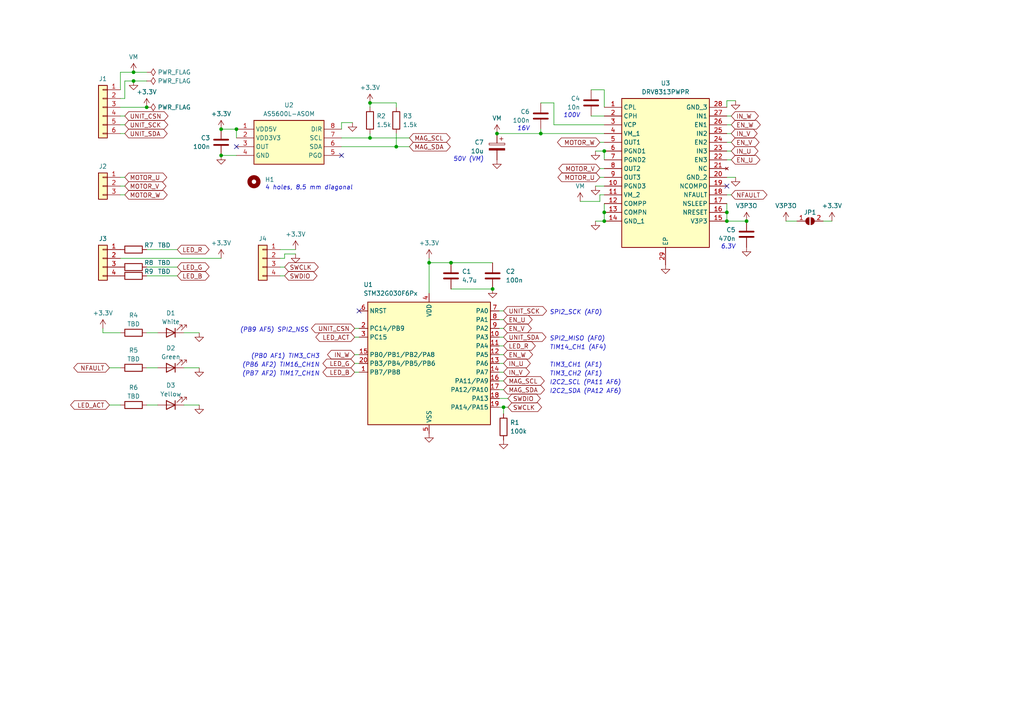
<source format=kicad_sch>
(kicad_sch (version 20230121) (generator eeschema)
  (paper "A4")
  (lib_symbols
    (symbol "Clouds_symbols:AS5600L-ASOM"
      (property "Reference" "U" (at 26.67 7.62 0))
      (property "Value" "AS5600L-ASOM" (at 26.67 5.08 0))
      (symbol "AS5600L-ASOM_1_1"
        (rectangle (start 5.08 2.54) (end 25.4 -10.16) (stroke (width 0.254)) (fill (type background)))
        (pin passive line (at 0 0 0) (length 5.08) (name "VDD5V") (number "1"))
        (pin passive line (at 0 -2.54 0) (length 5.08) (name "VDD3V3") (number "2"))
        (pin passive line (at 0 -5.08 0) (length 5.08) (name "OUT") (number "3"))
        (pin passive line (at 0 -7.62 0) (length 5.08) (name "GND") (number "4"))
        (pin passive line (at 30.48 -7.62 180) (length 5.08) (name "PGO") (number "5"))
        (pin passive line (at 30.48 -5.08 180) (length 5.08) (name "SDA") (number "6"))
        (pin passive line (at 30.48 -2.54 180) (length 5.08) (name "SCL") (number "7"))
        (pin passive line (at 30.48 0 180) (length 5.08) (name "DIR") (number "8"))
      )
    )
    (symbol "Clouds_symbols:DRV8313PWPR"
      (property "Reference" "U" (at 31.75 7.62 0))
      (property "Value" "DRV8313PWPR" (at 31.75 5.08 0))
      (symbol "DRV8313PWPR_1_1"
        (rectangle (start 5.08 2.54) (end 30.48 -40.64) (stroke (width 0.254)) (fill (type background)))
        (pin passive line (at 0 0 0) (length 5.08) (name "CPL") (number "1"))
        (pin passive line (at 0 -22.86 0) (length 5.08) (name "PGND3") (number "10"))
        (pin passive line (at 0 -25.4 0) (length 5.08) (name "VM_2") (number "11"))
        (pin passive line (at 0 -27.94 0) (length 5.08) (name "COMPP") (number "12"))
        (pin passive line (at 0 -30.48 0) (length 5.08) (name "COMPN") (number "13"))
        (pin passive line (at 0 -33.02 0) (length 5.08) (name "GND_1") (number "14"))
        (pin power_out line (at 35.56 -33.02 180) (length 5.08) (name "V3P3") (number "15"))
        (pin passive line (at 35.56 -30.48 180) (length 5.08) (name "NRESET") (number "16"))
        (pin passive line (at 35.56 -27.94 180) (length 5.08) (name "NSLEEP") (number "17"))
        (pin passive line (at 35.56 -25.4 180) (length 5.08) (name "NFAULT") (number "18"))
        (pin passive line (at 35.56 -22.86 180) (length 5.08) (name "NCOMPO") (number "19"))
        (pin passive line (at 0 -2.54 0) (length 5.08) (name "CPH") (number "2"))
        (pin passive line (at 35.56 -20.32 180) (length 5.08) (name "GND_2") (number "20"))
        (pin no_connect line (at 35.56 -17.78 180) (length 5.08) (name "NC") (number "21"))
        (pin passive line (at 35.56 -15.24 180) (length 5.08) (name "EN3") (number "22"))
        (pin passive line (at 35.56 -12.7 180) (length 5.08) (name "IN3") (number "23"))
        (pin passive line (at 35.56 -10.16 180) (length 5.08) (name "EN2") (number "24"))
        (pin passive line (at 35.56 -7.62 180) (length 5.08) (name "IN2") (number "25"))
        (pin passive line (at 35.56 -5.08 180) (length 5.08) (name "EN1") (number "26"))
        (pin passive line (at 35.56 -2.54 180) (length 5.08) (name "IN1") (number "27"))
        (pin passive line (at 35.56 0 180) (length 5.08) (name "GND_3") (number "28"))
        (pin passive line (at 17.78 -45.72 90) (length 5.08) (name "EP") (number "29"))
        (pin passive line (at 0 -5.08 0) (length 5.08) (name "VCP") (number "3"))
        (pin passive line (at 0 -7.62 0) (length 5.08) (name "VM_1") (number "4"))
        (pin passive line (at 0 -10.16 0) (length 5.08) (name "OUT1") (number "5"))
        (pin passive line (at 0 -12.7 0) (length 5.08) (name "PGND1") (number "6"))
        (pin passive line (at 0 -15.24 0) (length 5.08) (name "PGND2") (number "7"))
        (pin passive line (at 0 -17.78 0) (length 5.08) (name "OUT2") (number "8"))
        (pin passive line (at 0 -20.32 0) (length 5.08) (name "OUT3") (number "9"))
      )
    )
    (symbol "Clouds_symbols:V3P3O" (power) (pin_names (offset 0))
      (property "Value" "V3P3O" (at 0 3.81 0))
      (symbol "V3P3O_0_1"
        (polyline (pts (xy -0.762 1.27) (xy 0 2.54)))
        (polyline (pts (xy 0 0) (xy 0 2.54)))
        (polyline (pts (xy 0 2.54) (xy 0.762 1.27)))
      )
      (symbol "V3P3O_1_1"
        (pin power_in line (at 0 0 90) (length 0) hide (name "V3P3O") (number "1"))
      )
    )
    (symbol "Clouds_symbols:VM" (power) (pin_names (offset 0))
      (property "Value" "VM" (at 0 3.81 0))
      (symbol "VM_0_1"
        (polyline (pts (xy -0.762 1.27) (xy 0 2.54)))
        (polyline (pts (xy 0 0) (xy 0 2.54)))
        (polyline (pts (xy 0 2.54) (xy 0.762 1.27)))
      )
      (symbol "VM_1_1"
        (pin power_in line (at 0 0 90) (length 0) hide (name "VM") (number "1"))
      )
    )
    (symbol "Connector_Generic:Conn_01x03" (pin_names (offset 1.016) hide)
      (property "Reference" "J" (at 0 5.08 0))
      (property "Value" "Conn_01x03" (at 0 -5.08 0))
      (symbol "Conn_01x03_1_1"
        (rectangle (start -1.27 -2.413) (end 0 -2.667) (stroke (width 0.1524)))
        (rectangle (start -1.27 0.127) (end 0 -0.127) (stroke (width 0.1524)))
        (rectangle (start -1.27 2.667) (end 0 2.413) (stroke (width 0.1524)))
        (rectangle (start -1.27 3.81) (end 1.27 -3.81) (stroke (width 0.254)) (fill (type background)))
        (pin passive line (at -5.08 2.54 0) (length 3.81) (name "Pin_1") (number "1"))
        (pin passive line (at -5.08 0 0) (length 3.81) (name "Pin_2") (number "2"))
        (pin passive line (at -5.08 -2.54 0) (length 3.81) (name "Pin_3") (number "3"))
      )
    )
    (symbol "Connector_Generic:Conn_01x04" (pin_names (offset 1.016) hide)
      (property "Reference" "J" (at 0 5.08 0))
      (property "Value" "Conn_01x04" (at 0 -7.62 0))
      (symbol "Conn_01x04_1_1"
        (rectangle (start -1.27 -4.953) (end 0 -5.207) (stroke (width 0.1524)))
        (rectangle (start -1.27 -2.413) (end 0 -2.667) (stroke (width 0.1524)))
        (rectangle (start -1.27 0.127) (end 0 -0.127) (stroke (width 0.1524)))
        (rectangle (start -1.27 2.667) (end 0 2.413) (stroke (width 0.1524)))
        (rectangle (start -1.27 3.81) (end 1.27 -6.35) (stroke (width 0.254)) (fill (type background)))
        (pin passive line (at -5.08 2.54 0) (length 3.81) (name "Pin_1") (number "1"))
        (pin passive line (at -5.08 0 0) (length 3.81) (name "Pin_2") (number "2"))
        (pin passive line (at -5.08 -2.54 0) (length 3.81) (name "Pin_3") (number "3"))
        (pin passive line (at -5.08 -5.08 0) (length 3.81) (name "Pin_4") (number "4"))
      )
    )
    (symbol "Connector_Generic:Conn_01x06" (pin_names (offset 1.016) hide)
      (property "Reference" "J" (at 0 7.62 0))
      (property "Value" "Conn_01x06" (at 0 -10.16 0))
      (symbol "Conn_01x06_1_1"
        (rectangle (start -1.27 -7.493) (end 0 -7.747) (stroke (width 0.1524)))
        (rectangle (start -1.27 -4.953) (end 0 -5.207) (stroke (width 0.1524)))
        (rectangle (start -1.27 -2.413) (end 0 -2.667) (stroke (width 0.1524)))
        (rectangle (start -1.27 0.127) (end 0 -0.127) (stroke (width 0.1524)))
        (rectangle (start -1.27 2.667) (end 0 2.413) (stroke (width 0.1524)))
        (rectangle (start -1.27 5.207) (end 0 4.953) (stroke (width 0.1524)))
        (rectangle (start -1.27 6.35) (end 1.27 -8.89) (stroke (width 0.254)) (fill (type background)))
        (pin passive line (at -5.08 5.08 0) (length 3.81) (name "Pin_1") (number "1"))
        (pin passive line (at -5.08 2.54 0) (length 3.81) (name "Pin_2") (number "2"))
        (pin passive line (at -5.08 0 0) (length 3.81) (name "Pin_3") (number "3"))
        (pin passive line (at -5.08 -2.54 0) (length 3.81) (name "Pin_4") (number "4"))
        (pin passive line (at -5.08 -5.08 0) (length 3.81) (name "Pin_5") (number "5"))
        (pin passive line (at -5.08 -7.62 0) (length 3.81) (name "Pin_6") (number "6"))
      )
    )
    (symbol "Device:C" (pin_numbers hide) (pin_names (offset 0.254))
      (property "Reference" "C" (at 0.635 2.54 0))
      (property "Value" "C" (at 0.635 -2.54 0))
      (symbol "C_0_1"
        (polyline (pts (xy -2.032 -0.762) (xy 2.032 -0.762)) (stroke (width 0.508)))
        (polyline (pts (xy -2.032 0.762) (xy 2.032 0.762)) (stroke (width 0.508)))
      )
      (symbol "C_1_1"
        (pin passive line (at 0 3.81 270) (length 2.794) (name "~") (number "1"))
        (pin passive line (at 0 -3.81 90) (length 2.794) (name "~") (number "2"))
      )
    )
    (symbol "Device:C_Polarized" (pin_numbers hide) (pin_names (offset 0.254))
      (property "Reference" "C" (at 0.635 2.54 0))
      (property "Value" "C_Polarized" (at 0.635 -2.54 0))
      (symbol "C_Polarized_0_1"
        (rectangle (start -2.286 0.508) (end 2.286 1.016))
        (polyline (pts (xy -1.778 2.286) (xy -0.762 2.286)))
        (polyline (pts (xy -1.27 2.794) (xy -1.27 1.778)))
        (rectangle (start 2.286 -0.508) (end -2.286 -1.016) (fill (type outline)))
      )
      (symbol "C_Polarized_1_1"
        (pin passive line (at 0 3.81 270) (length 2.794) (name "~") (number "1"))
        (pin passive line (at 0 -3.81 90) (length 2.794) (name "~") (number "2"))
      )
    )
    (symbol "Device:LED" (pin_numbers hide) (pin_names (offset 1.016) hide)
      (property "Reference" "D" (at 0 2.54 0))
      (property "Value" "LED" (at 0 -2.54 0))
      (symbol "LED_0_1"
        (polyline (pts (xy -1.27 -1.27) (xy -1.27 1.27)) (stroke (width 0.254)))
        (polyline (pts (xy -1.27 0) (xy 1.27 0)))
        (polyline (pts (xy 1.27 -1.27) (xy 1.27 1.27) (xy -1.27 0) (xy 1.27 -1.27)) (stroke (width 0.254)))
        (polyline (pts (xy -3.048 -0.762) (xy -4.572 -2.286) (xy -3.81 -2.286) (xy -4.572 -2.286) (xy -4.572 -1.524)))
        (polyline (pts (xy -1.778 -0.762) (xy -3.302 -2.286) (xy -2.54 -2.286) (xy -3.302 -2.286) (xy -3.302 -1.524)))
      )
      (symbol "LED_1_1"
        (pin passive line (at -3.81 0 0) (length 2.54) (name "K") (number "1"))
        (pin passive line (at 3.81 0 180) (length 2.54) (name "A") (number "2"))
      )
    )
    (symbol "Device:R" (pin_numbers hide) (pin_names (offset 0))
      (property "Reference" "R" (at 2.032 0 90))
      (property "Value" "R" (at 0 0 90))
      (symbol "R_0_1"
        (rectangle (start -1.016 -2.54) (end 1.016 2.54) (stroke (width 0.254)))
      )
      (symbol "R_1_1"
        (pin passive line (at 0 3.81 270) (length 1.27) (name "~") (number "1"))
        (pin passive line (at 0 -3.81 90) (length 1.27) (name "~") (number "2"))
      )
    )
    (symbol "Jumper:SolderJumper_2_Open" (pin_names (offset 0) hide)
      (property "Reference" "JP" (at 0 2.032 0))
      (property "Value" "SolderJumper_2_Open" (at 0 -2.54 0))
      (symbol "SolderJumper_2_Open_0_1"
        (arc (start -0.254 1.016) (mid -1.2656 0) (end -0.254 -1.016))
        (arc (start -0.254 1.016) (mid -1.2656 0) (end -0.254 -1.016) (fill (type outline)))
        (polyline (pts (xy -0.254 1.016) (xy -0.254 -1.016)))
        (polyline (pts (xy 0.254 1.016) (xy 0.254 -1.016)))
        (arc (start 0.254 -1.016) (mid 1.2656 0) (end 0.254 1.016))
        (arc (start 0.254 -1.016) (mid 1.2656 0) (end 0.254 1.016) (fill (type outline)))
      )
      (symbol "SolderJumper_2_Open_1_1"
        (pin passive line (at -3.81 0 0) (length 2.54) (name "A") (number "1"))
        (pin passive line (at 3.81 0 180) (length 2.54) (name "B") (number "2"))
      )
    )
    (symbol "MCU_ST_STM32G0:STM32G030F6Px"
      (property "Reference" "U" (at -17.78 19.05 0))
      (property "Value" "STM32G030F6Px" (at 2.54 19.05 0))
      (symbol "STM32G030F6Px_0_1"
        (rectangle (start -17.78 -17.78) (end 17.78 17.78) (stroke (width 0.254)) (fill (type background)))
      )
      (symbol "STM32G030F6Px_1_1"
        (pin bidirectional line (at -20.32 -2.54 0) (length 2.54) (name "PB7/PB8") (number "1"))
        (pin bidirectional line (at 20.32 7.62 180) (length 2.54) (name "PA3") (number "10"))
        (pin bidirectional line (at 20.32 5.08 180) (length 2.54) (name "PA4") (number "11"))
        (pin bidirectional line (at 20.32 2.54 180) (length 2.54) (name "PA5") (number "12"))
        (pin bidirectional line (at 20.32 0 180) (length 2.54) (name "PA6") (number "13"))
        (pin bidirectional line (at 20.32 -2.54 180) (length 2.54) (name "PA7") (number "14"))
        (pin bidirectional line (at -20.32 2.54 0) (length 2.54) (name "PB0/PB1/PB2/PA8") (number "15"))
        (pin bidirectional line (at 20.32 -5.08 180) (length 2.54) (name "PA11/PA9") (number "16"))
        (pin bidirectional line (at 20.32 -7.62 180) (length 2.54) (name "PA12/PA10") (number "17"))
        (pin bidirectional line (at 20.32 -10.16 180) (length 2.54) (name "PA13") (number "18"))
        (pin bidirectional line (at 20.32 -12.7 180) (length 2.54) (name "PA14/PA15") (number "19"))
        (pin bidirectional line (at -20.32 10.16 0) (length 2.54) (name "PC14/PB9") (number "2"))
        (pin bidirectional line (at -20.32 0 0) (length 2.54) (name "PB3/PB4/PB5/PB6") (number "20"))
        (pin bidirectional line (at -20.32 7.62 0) (length 2.54) (name "PC15") (number "3"))
        (pin power_in line (at 0 20.32 270) (length 2.54) (name "VDD") (number "4"))
        (pin power_in line (at 0 -20.32 90) (length 2.54) (name "VSS") (number "5"))
        (pin input line (at -20.32 15.24 0) (length 2.54) (name "NRST") (number "6"))
        (pin bidirectional line (at 20.32 15.24 180) (length 2.54) (name "PA0") (number "7"))
        (pin bidirectional line (at 20.32 12.7 180) (length 2.54) (name "PA1") (number "8"))
        (pin bidirectional line (at 20.32 10.16 180) (length 2.54) (name "PA2") (number "9"))
      )
    )
    (symbol "Mechanical:MountingHole" (pin_names (offset 1.016))
      (property "Reference" "H" (at 0 5.08 0))
      (property "Value" "MountingHole" (at 0 3.175 0))
      (symbol "MountingHole_0_1"
        (circle (center 0 0) (radius 1.27) (stroke (width 1.27)))
      )
    )
    (symbol "power:+3.3V" (power) (pin_names (offset 0))
      (property "Value" "+3.3V" (at 0 3.556 0))
      (symbol "+3.3V_0_1"
        (polyline (pts (xy -0.762 1.27) (xy 0 2.54)))
        (polyline (pts (xy 0 0) (xy 0 2.54)))
        (polyline (pts (xy 0 2.54) (xy 0.762 1.27)))
      )
      (symbol "+3.3V_1_1"
        (pin power_in line (at 0 0 90) (length 0) hide (name "+3.3V") (number "1"))
      )
    )
    (symbol "power:GND" (power) (pin_names (offset 0))
      (property "Value" "GND" (at 0 -3.81 0))
      (symbol "GND_0_1"
        (polyline (pts (xy 0 0) (xy 0 -1.27) (xy 1.27 -1.27) (xy 0 -2.54) (xy -1.27 -1.27) (xy 0 -1.27)))
      )
      (symbol "GND_1_1"
        (pin power_in line (at 0 0 270) (length 0) hide (name "GND") (number "1"))
      )
    )
    (symbol "power:PWR_FLAG" (power) (pin_numbers hide) (pin_names (offset 0) hide)
      (property "Value" "PWR_FLAG" (at 0 3.81 0))
      (symbol "PWR_FLAG_0_0"
        (pin power_out line (at 0 0 90) (length 0) (name "pwr") (number "1"))
      )
      (symbol "PWR_FLAG_0_1"
        (polyline (pts (xy 0 0) (xy 0 1.27) (xy -1.016 1.905) (xy 0 2.54) (xy 1.016 1.905) (xy 0 1.27)))
      )
    )
  )
  (junction (at 142.875 83.82))
  (junction (at 156.845 38.735))
  (junction (at 175.26 61.595))
  (junction (at 175.26 43.815))
  (junction (at 107.315 29.845))
  (junction (at 216.535 64.135))
  (junction (at 210.82 61.595))
  (junction (at 38.735 23.495))
  (junction (at 146.05 118.11))
  (junction (at 130.81 76.2))
  (junction (at 114.935 42.545))
  (junction (at 175.26 64.135))
  (junction (at 38.735 20.955))
  (junction (at 42.545 31.115))
  (junction (at 68.58 37.465))
  (junction (at 124.46 76.2))
  (junction (at 107.315 40.005))
  (junction (at 144.145 38.735))
  (junction (at 210.82 64.135))
  (junction (at 64.135 37.465))
  (junction (at 64.135 45.085))
  (no_connect (at 99.06 45.085))
  (no_connect (at 68.58 42.545))
  (no_connect (at 104.14 90.17))
  (no_connect (at 210.82 53.975))
  (wire (pts (xy 144.78 115.57) (xy 147.32 115.57)))
  (wire (pts (xy 156.845 37.465) (xy 156.845 38.735)))
  (wire (pts (xy 130.81 76.2) (xy 142.875 76.2)))
  (wire (pts (xy 42.545 80.01) (xy 51.435 80.01)))
  (wire (pts (xy 42.545 96.52) (xy 45.72 96.52)))
  (wire (pts (xy 38.735 20.955) (xy 42.545 20.955)))
  (wire (pts (xy 42.545 117.475) (xy 45.72 117.475)))
  (wire (pts (xy 31.75 117.475) (xy 34.925 117.475)))
  (wire (pts (xy 156.845 38.735) (xy 175.26 38.735)))
  (wire (pts (xy 102.87 105.41) (xy 104.14 105.41)))
  (wire (pts (xy 34.925 20.955) (xy 38.735 20.955)))
  (wire (pts (xy 42.545 106.68) (xy 45.72 106.68)))
  (wire (pts (xy 82.55 73.66) (xy 85.725 73.66)))
  (wire (pts (xy 146.05 110.49) (xy 144.78 110.49)))
  (wire (pts (xy 64.135 37.465) (xy 68.58 37.465)))
  (wire (pts (xy 210.82 59.055) (xy 210.82 61.595)))
  (wire (pts (xy 107.315 40.005) (xy 118.745 40.005)))
  (wire (pts (xy 173.99 56.515) (xy 173.99 58.42)))
  (wire (pts (xy 34.925 28.575) (xy 36.195 28.575)))
  (wire (pts (xy 241.3 64.135) (xy 238.76 64.135)))
  (wire (pts (xy 146.05 105.41) (xy 144.78 105.41)))
  (wire (pts (xy 124.46 74.93) (xy 124.46 76.2)))
  (wire (pts (xy 99.06 40.005) (xy 107.315 40.005)))
  (wire (pts (xy 212.09 36.195) (xy 210.82 36.195)))
  (wire (pts (xy 173.99 51.435) (xy 175.26 51.435)))
  (wire (pts (xy 146.05 92.71) (xy 144.78 92.71)))
  (wire (pts (xy 36.195 38.735) (xy 34.925 38.735)))
  (wire (pts (xy 31.75 106.68) (xy 34.925 106.68)))
  (wire (pts (xy 107.315 29.845) (xy 107.315 31.115)))
  (wire (pts (xy 210.82 64.135) (xy 216.535 64.135)))
  (wire (pts (xy 146.05 118.11) (xy 146.05 120.015)))
  (wire (pts (xy 210.82 29.21) (xy 213.36 29.21)))
  (wire (pts (xy 82.55 73.66) (xy 82.55 74.93)))
  (wire (pts (xy 175.26 43.815) (xy 175.26 46.355)))
  (wire (pts (xy 99.06 37.465) (xy 99.06 35.56)))
  (wire (pts (xy 38.735 23.495) (xy 42.545 23.495)))
  (wire (pts (xy 146.05 95.25) (xy 144.78 95.25)))
  (wire (pts (xy 34.925 20.955) (xy 34.925 26.035)))
  (wire (pts (xy 175.26 56.515) (xy 173.99 56.515)))
  (wire (pts (xy 114.935 38.735) (xy 114.935 42.545)))
  (wire (pts (xy 34.925 51.435) (xy 36.195 51.435)))
  (wire (pts (xy 130.81 83.82) (xy 142.875 83.82)))
  (wire (pts (xy 34.925 33.655) (xy 36.195 33.655)))
  (wire (pts (xy 29.845 96.52) (xy 34.925 96.52)))
  (wire (pts (xy 173.99 48.895) (xy 175.26 48.895)))
  (wire (pts (xy 175.26 61.595) (xy 175.26 64.135)))
  (wire (pts (xy 82.55 80.01) (xy 81.28 80.01)))
  (wire (pts (xy 118.745 42.545) (xy 114.935 42.545)))
  (wire (pts (xy 34.925 31.115) (xy 42.545 31.115)))
  (wire (pts (xy 210.82 61.595) (xy 210.82 64.135)))
  (wire (pts (xy 42.545 72.39) (xy 51.435 72.39)))
  (wire (pts (xy 102.87 97.79) (xy 104.14 97.79)))
  (wire (pts (xy 114.935 31.115) (xy 114.935 29.845)))
  (wire (pts (xy 144.145 38.735) (xy 156.845 38.735)))
  (wire (pts (xy 171.45 33.655) (xy 175.26 33.655)))
  (wire (pts (xy 102.87 95.25) (xy 104.14 95.25)))
  (wire (pts (xy 175.26 26.035) (xy 171.45 26.035)))
  (wire (pts (xy 68.58 37.465) (xy 68.58 40.005)))
  (wire (pts (xy 42.545 77.47) (xy 51.435 77.47)))
  (wire (pts (xy 146.05 100.33) (xy 144.78 100.33)))
  (wire (pts (xy 107.315 38.735) (xy 107.315 40.005)))
  (wire (pts (xy 172.72 64.135) (xy 175.26 64.135)))
  (wire (pts (xy 102.87 102.87) (xy 104.14 102.87)))
  (wire (pts (xy 156.845 29.845) (xy 160.655 29.845)))
  (wire (pts (xy 210.82 56.515) (xy 212.09 56.515)))
  (wire (pts (xy 146.05 90.17) (xy 144.78 90.17)))
  (wire (pts (xy 175.26 59.055) (xy 175.26 61.595)))
  (wire (pts (xy 99.06 35.56) (xy 102.235 35.56)))
  (wire (pts (xy 210.82 29.21) (xy 210.82 31.115)))
  (wire (pts (xy 146.05 113.03) (xy 144.78 113.03)))
  (wire (pts (xy 34.925 36.195) (xy 36.195 36.195)))
  (wire (pts (xy 173.99 41.275) (xy 175.26 41.275)))
  (wire (pts (xy 124.46 76.2) (xy 130.81 76.2)))
  (wire (pts (xy 160.655 29.845) (xy 160.655 36.195)))
  (wire (pts (xy 53.34 117.475) (xy 57.785 117.475)))
  (wire (pts (xy 81.28 72.39) (xy 85.725 72.39)))
  (wire (pts (xy 53.34 106.68) (xy 57.785 106.68)))
  (wire (pts (xy 212.09 41.275) (xy 210.82 41.275)))
  (wire (pts (xy 82.55 74.93) (xy 81.28 74.93)))
  (wire (pts (xy 53.34 96.52) (xy 57.785 96.52)))
  (wire (pts (xy 175.26 31.115) (xy 175.26 26.035)))
  (wire (pts (xy 114.935 42.545) (xy 99.06 42.545)))
  (wire (pts (xy 227.965 64.135) (xy 231.14 64.135)))
  (wire (pts (xy 213.36 51.435) (xy 210.82 51.435)))
  (wire (pts (xy 82.55 77.47) (xy 81.28 77.47)))
  (wire (pts (xy 212.09 33.655) (xy 210.82 33.655)))
  (wire (pts (xy 114.935 29.845) (xy 107.315 29.845)))
  (wire (pts (xy 34.925 53.975) (xy 36.195 53.975)))
  (wire (pts (xy 124.46 76.2) (xy 124.46 85.09)))
  (wire (pts (xy 36.195 28.575) (xy 36.195 23.495)))
  (wire (pts (xy 173.99 58.42) (xy 168.275 58.42)))
  (wire (pts (xy 102.87 107.95) (xy 104.14 107.95)))
  (wire (pts (xy 146.05 102.87) (xy 144.78 102.87)))
  (wire (pts (xy 146.05 97.79) (xy 144.78 97.79)))
  (wire (pts (xy 160.655 36.195) (xy 175.26 36.195)))
  (wire (pts (xy 146.05 118.11) (xy 144.78 118.11)))
  (wire (pts (xy 212.09 46.355) (xy 210.82 46.355)))
  (wire (pts (xy 34.925 74.93) (xy 64.135 74.93)))
  (wire (pts (xy 147.32 118.11) (xy 146.05 118.11)))
  (wire (pts (xy 212.09 43.815) (xy 210.82 43.815)))
  (wire (pts (xy 172.72 53.975) (xy 175.26 53.975)))
  (wire (pts (xy 64.135 45.085) (xy 68.58 45.085)))
  (wire (pts (xy 212.09 38.735) (xy 210.82 38.735)))
  (wire (pts (xy 172.72 43.815) (xy 175.26 43.815)))
  (wire (pts (xy 146.05 107.95) (xy 144.78 107.95)))
  (wire (pts (xy 29.845 95.25) (xy 29.845 96.52)))
  (wire (pts (xy 34.925 56.515) (xy 36.195 56.515)))
  (wire (pts (xy 36.195 23.495) (xy 38.735 23.495)))
  (text "I2C2_SCL (PA11 AF6)" (at 159.385 111.76 0) (effects (font (size 1.27 1.27) italic) (justify left bottom)))
  (text "I2C2_SDA (PA12 AF6)" (at 159.385 114.3 0) (effects (font (size 1.27 1.27) italic) (justify left bottom)))
  (text "(PB0 AF1) TIM3_CH3" (at 92.71 104.14 0) (effects (font (size 1.27 1.27) italic) (justify right bottom)))
  (text "SPI2_SCK (AF0)" (at 159.385 91.44 0) (effects (font (size 1.27 1.27) italic) (justify left bottom)))
  (text "(PB7 AF2) TIM17_CH1N" (at 92.71 109.22 0) (effects (font (size 1.27 1.27) italic) (justify right bottom)))
  (text "50V (VM)" (at 140.335 46.99 0) (effects (font (size 1.27 1.27) italic) (justify right bottom)))
  (text "16V" (at 153.67 38.1 0) (effects (font (size 1.27 1.27) italic) (justify right bottom)))
  (text "(PB9 AF5) SPI2_NSS" (at 89.535 96.52 0) (effects (font (size 1.27 1.27) italic) (justify right bottom)))
  (text "(PB6 AF2) TIM16_CH1N" (at 92.71 106.68 0) (effects (font (size 1.27 1.27) italic) (justify right bottom)))
  (text "100V" (at 168.275 34.29 0) (effects (font (size 1.27 1.27) italic) (justify right bottom)))
  (text "TIM3_CH1 (AF1)" (at 159.385 106.68 0) (effects (font (size 1.27 1.27) italic) (justify left bottom)))
  (text "TIM3_CH2 (AF1)" (at 159.385 109.22 0) (effects (font (size 1.27 1.27) italic) (justify left bottom)))
  (text "TIM14_CH1 (AF4)" (at 159.385 101.6 0) (effects (font (size 1.27 1.27) italic) (justify left bottom)))
  (text "6.3V" (at 213.36 72.39 0) (effects (font (size 1.27 1.27) italic) (justify right bottom)))
  (text "SPI2_MISO (AF0)" (at 159.385 99.06 0) (effects (font (size 1.27 1.27) italic) (justify left bottom)))
  (text "4 holes, 8.5 mm diagonal" (at 76.835 55.245 0) (effects (font (size 1.27 1.27) italic) (justify left bottom)))
  (global_label "NFAULT" (shape bidirectional) (at 31.75 106.68 180) (property "Intersheetrefs" "${INTERSHEET_REFS}" (effects hide)))
  (global_label "MOTOR_W" (shape bidirectional) (at 36.195 56.515 0) (property "Intersheetrefs" "${INTERSHEET_REFS}" (effects hide)))
  (global_label "EN_U" (shape bidirectional) (at 212.09 46.355 0) (property "Intersheetrefs" "${INTERSHEET_REFS}" (effects hide)))
  (global_label "EN_V" (shape bidirectional) (at 146.05 95.25 0) (property "Intersheetrefs" "${INTERSHEET_REFS}" (effects hide)))
  (global_label "EN_W" (shape bidirectional) (at 212.09 36.195 0) (property "Intersheetrefs" "${INTERSHEET_REFS}" (effects hide)))
  (global_label "UNIT_SCK" (shape bidirectional) (at 146.05 90.17 0) (property "Intersheetrefs" "${INTERSHEET_REFS}" (effects hide)))
  (global_label "IN_U" (shape bidirectional) (at 212.09 43.815 0) (property "Intersheetrefs" "${INTERSHEET_REFS}" (effects hide)))
  (global_label "LED_ACT" (shape bidirectional) (at 31.75 117.475 180) (property "Intersheetrefs" "${INTERSHEET_REFS}" (effects hide)))
  (global_label "MOTOR_U" (shape bidirectional) (at 36.195 51.435 0) (property "Intersheetrefs" "${INTERSHEET_REFS}" (effects hide)))
  (global_label "EN_V" (shape bidirectional) (at 212.09 41.275 0) (property "Intersheetrefs" "${INTERSHEET_REFS}" (effects hide)))
  (global_label "IN_V" (shape bidirectional) (at 212.09 38.735 0) (property "Intersheetrefs" "${INTERSHEET_REFS}" (effects hide)))
  (global_label "LED_R" (shape bidirectional) (at 51.435 72.39 0) (property "Intersheetrefs" "${INTERSHEET_REFS}" (effects hide)))
  (global_label "SWDIO" (shape bidirectional) (at 147.32 115.57 0) (property "Intersheetrefs" "${INTERSHEET_REFS}" (effects hide)))
  (global_label "SWCLK" (shape bidirectional) (at 82.55 77.47 0) (property "Intersheetrefs" "${INTERSHEET_REFS}" (effects hide)))
  (global_label "LED_G" (shape bidirectional) (at 102.87 105.41 180) (property "Intersheetrefs" "${INTERSHEET_REFS}" (effects hide)))
  (global_label "IN_U" (shape bidirectional) (at 146.05 105.41 0) (property "Intersheetrefs" "${INTERSHEET_REFS}" (effects hide)))
  (global_label "MAG_SDA" (shape bidirectional) (at 146.05 113.03 0) (property "Intersheetrefs" "${INTERSHEET_REFS}" (effects hide)))
  (global_label "UNIT_SDA" (shape bidirectional) (at 146.05 97.79 0) (property "Intersheetrefs" "${INTERSHEET_REFS}" (effects hide)))
  (global_label "UNIT_CSN" (shape bidirectional) (at 36.195 33.655 0) (property "Intersheetrefs" "${INTERSHEET_REFS}" (effects hide)))
  (global_label "LED_B" (shape bidirectional) (at 102.87 107.95 180) (property "Intersheetrefs" "${INTERSHEET_REFS}" (effects hide)))
  (global_label "UNIT_SDA" (shape bidirectional) (at 36.195 38.735 0) (property "Intersheetrefs" "${INTERSHEET_REFS}" (effects hide)))
  (global_label "EN_W" (shape bidirectional) (at 146.05 102.87 0) (property "Intersheetrefs" "${INTERSHEET_REFS}" (effects hide)))
  (global_label "LED_G" (shape bidirectional) (at 51.435 77.47 0) (property "Intersheetrefs" "${INTERSHEET_REFS}" (effects hide)))
  (global_label "MOTOR_V" (shape bidirectional) (at 36.195 53.975 0) (property "Intersheetrefs" "${INTERSHEET_REFS}" (effects hide)))
  (global_label "MAG_SDA" (shape bidirectional) (at 118.745 42.545 0) (property "Intersheetrefs" "${INTERSHEET_REFS}" (effects hide)))
  (global_label "NFAULT" (shape bidirectional) (at 212.09 56.515 0) (property "Intersheetrefs" "${INTERSHEET_REFS}" (effects hide)))
  (global_label "MOTOR_V" (shape bidirectional) (at 173.99 48.895 180) (property "Intersheetrefs" "${INTERSHEET_REFS}" (effects hide)))
  (global_label "SWDIO" (shape bidirectional) (at 82.55 80.01 0) (property "Intersheetrefs" "${INTERSHEET_REFS}" (effects hide)))
  (global_label "IN_V" (shape bidirectional) (at 146.05 107.95 0) (property "Intersheetrefs" "${INTERSHEET_REFS}" (effects hide)))
  (global_label "MAG_SCL" (shape bidirectional) (at 118.745 40.005 0) (property "Intersheetrefs" "${INTERSHEET_REFS}" (effects hide)))
  (global_label "MOTOR_U" (shape bidirectional) (at 173.99 51.435 180) (property "Intersheetrefs" "${INTERSHEET_REFS}" (effects hide)))
  (global_label "SWCLK" (shape bidirectional) (at 147.32 118.11 0) (property "Intersheetrefs" "${INTERSHEET_REFS}" (effects hide)))
  (global_label "LED_R" (shape bidirectional) (at 146.05 100.33 0) (property "Intersheetrefs" "${INTERSHEET_REFS}" (effects hide)))
  (global_label "LED_B" (shape bidirectional) (at 51.435 80.01 0) (property "Intersheetrefs" "${INTERSHEET_REFS}" (effects hide)))
  (global_label "UNIT_CSN" (shape bidirectional) (at 102.87 95.25 180) (property "Intersheetrefs" "${INTERSHEET_REFS}" (effects hide)))
  (global_label "EN_U" (shape bidirectional) (at 146.05 92.71 0) (property "Intersheetrefs" "${INTERSHEET_REFS}" (effects hide)))
  (global_label "IN_W" (shape bidirectional) (at 102.87 102.87 180) (property "Intersheetrefs" "${INTERSHEET_REFS}" (effects hide)))
  (global_label "UNIT_SCK" (shape bidirectional) (at 36.195 36.195 0) (property "Intersheetrefs" "${INTERSHEET_REFS}" (effects hide)))
  (global_label "MOTOR_W" (shape bidirectional) (at 173.99 41.275 180) (property "Intersheetrefs" "${INTERSHEET_REFS}" (effects hide)))
  (global_label "IN_W" (shape bidirectional) (at 212.09 33.655 0) (property "Intersheetrefs" "${INTERSHEET_REFS}" (effects hide)))
  (global_label "LED_ACT" (shape bidirectional) (at 102.87 97.79 180) (property "Intersheetrefs" "${INTERSHEET_REFS}" (effects hide)))
  (global_label "MAG_SCL" (shape bidirectional) (at 146.05 110.49 0) (property "Intersheetrefs" "${INTERSHEET_REFS}" (effects hide)))
  (symbol (lib_id "power:GND") (at 57.785 106.68 0) (unit 1)
    (property "Reference" "#PWR020" (effects hide))
    (property "Value" "GND" (effects hide))
  )
  (symbol (lib_id "Device:R") (at 38.735 80.01 90) (unit 1)
    (property "Reference" "R9" (at 43.18 78.74 90))
    (property "Value" "TBD" (at 47.625 78.74 90))
    (property "Footprint" "Resistor_SMD:R_0603_1608Metric" (effects hide))
  )
  (symbol (lib_id "power:GND") (at 146.05 127.635 0) (unit 1)
    (property "Reference" "#PWR021" (effects hide))
    (property "Value" "GND" (effects hide))
  )
  (symbol (lib_id "power:GND") (at 57.785 117.475 0) (unit 1)
    (property "Reference" "#PWR026" (effects hide))
    (property "Value" "GND" (effects hide))
  )
  (symbol (lib_id "Device:LED") (at 49.53 117.475 180) (unit 1)
    (property "Reference" "D3" (at 49.53 111.76 0))
    (property "Value" "Yellow" (at 49.53 114.3 0))
    (property "Footprint" "LED_SMD:LED_0603_1608Metric" (effects hide))
  )
  (symbol (lib_id "Clouds_symbols:V3P3O") (at 227.965 64.135 0) (unit 1)
    (property "Reference" "#PWR031" (effects hide))
    (property "Value" "V3P3O" (at 227.965 59.69 0))
  )
  (symbol (lib_id "power:GND") (at 213.36 51.435 0) (unit 1)
    (property "Reference" "#PWR04" (effects hide))
    (property "Value" "GND" (effects hide))
  )
  (symbol (lib_id "Device:R") (at 38.735 106.68 90) (unit 1)
    (property "Reference" "R5" (at 38.735 101.6 90))
    (property "Value" "TBD" (at 38.735 104.14 90))
    (property "Footprint" "Resistor_SMD:R_0603_1608Metric" (effects hide))
  )
  (symbol (lib_id "power:GND") (at 124.46 125.73 0) (unit 1)
    (property "Reference" "#PWR024" (effects hide))
    (property "Value" "GND" (effects hide))
  )
  (symbol (lib_id "power:+3.3V") (at 241.3 64.135 0) (unit 1)
    (property "Reference" "#PWR09" (effects hide))
    (property "Value" "+3.3V" (at 241.3 59.69 0))
  )
  (symbol (lib_id "Jumper:SolderJumper_2_Open") (at 234.95 64.135 0) (unit 1)
    (property "Reference" "JP1" (at 234.95 61.595 0))
    (property "Value" "SolderJumper_2_Open" (effects hide))
    (property "Footprint" "Jumper:SolderJumper-2_P1.3mm_Open_RoundedPad1.0x1.5mm" (effects hide))
  )
  (symbol (lib_id "Device:C") (at 130.81 80.01 0) (unit 1)
    (property "Reference" "C1" (at 133.985 78.74 0) (effects (justify left)))
    (property "Value" "4.7u" (at 133.985 81.28 0) (effects (justify left)))
    (property "Footprint" "Capacitor_SMD:C_0603_1608Metric" (effects hide))
  )
  (symbol (lib_id "Device:R") (at 38.735 72.39 90) (unit 1)
    (property "Reference" "R7" (at 43.18 71.12 90))
    (property "Value" "TBD" (at 47.625 71.12 90))
    (property "Footprint" "Resistor_SMD:R_0603_1608Metric" (effects hide))
  )
  (symbol (lib_id "power:+3.3V") (at 42.545 31.115 0) (unit 1)
    (property "Reference" "#PWR025" (effects hide))
    (property "Value" "+3.3V" (at 42.545 26.67 0))
  )
  (symbol (lib_id "Device:C") (at 216.535 67.945 0) (mirror y) (unit 1)
    (property "Reference" "C5" (at 213.36 66.675 0) (effects (justify left)))
    (property "Value" "470n" (at 213.36 69.215 0) (effects (justify left)))
    (property "Footprint" "Capacitor_SMD:C_0603_1608Metric" (effects hide))
  )
  (symbol (lib_id "Connector_Generic:Conn_01x03") (at 29.845 53.975 0) (mirror y) (unit 1)
    (property "Reference" "J2" (at 29.845 48.26 0))
    (property "Value" "Conn_01x03" (effects hide))
    (property "Footprint" "Connector_PinHeader_2.54mm:PinHeader_1x03_P2.54mm_Vertical" (effects hide))
  )
  (symbol (lib_id "power:+3.3V") (at 29.845 95.25 0) (unit 1)
    (property "Reference" "#PWR030" (effects hide))
    (property "Value" "+3.3V" (at 29.845 90.805 0))
  )
  (symbol (lib_id "Clouds_symbols:VM") (at 168.275 58.42 0) (unit 1)
    (property "Reference" "#PWR016" (effects hide))
    (property "Value" "VM" (at 168.275 53.975 0))
  )
  (symbol (lib_id "power:GND") (at 64.135 45.085 0) (unit 1)
    (property "Reference" "#PWR012" (effects hide))
    (property "Value" "GND" (effects hide))
  )
  (symbol (lib_id "Device:R") (at 38.735 77.47 90) (unit 1)
    (property "Reference" "R8" (at 43.18 76.2 90))
    (property "Value" "TBD" (at 47.625 76.2 90))
    (property "Footprint" "Resistor_SMD:R_0603_1608Metric" (effects hide))
  )
  (symbol (lib_id "Clouds_symbols:VM") (at 144.145 38.735 0) (unit 1)
    (property "Reference" "#PWR010" (effects hide))
    (property "Value" "VM" (at 144.145 34.29 0))
  )
  (symbol (lib_id "Device:C") (at 171.45 29.845 0) (unit 1)
    (property "Reference" "C4" (at 168.275 28.575 0) (effects (justify right)))
    (property "Value" "10n" (at 168.275 31.115 0) (effects (justify right)))
    (property "Footprint" "Capacitor_SMD:C_0603_1608Metric" (effects hide))
  )
  (symbol (lib_id "MCU_ST_STM32G0:STM32G030F6Px") (at 124.46 105.41 0) (unit 1)
    (property "Reference" "U1" (at 105.41 82.55 0) (effects (justify left)))
    (property "Value" "STM32G030F6Px" (at 105.41 85.09 0) (effects (justify left)))
    (property "Footprint" "Package_SO:TSSOP-20_4.4x6.5mm_P0.65mm" (effects hide))
    (property "Datasheet" "https://www.st.com/resource/en/datasheet/stm32g030f6.pdf" (effects hide))
  )
  (symbol (lib_id "power:GND") (at 38.735 23.495 0) (unit 1)
    (property "Reference" "#PWR02" (effects hide))
    (property "Value" "GND" (effects hide))
  )
  (symbol (lib_id "power:GND") (at 172.72 43.815 0) (unit 1)
    (property "Reference" "#PWR07" (effects hide))
    (property "Value" "GND" (effects hide))
  )
  (symbol (lib_id "power:PWR_FLAG") (at 42.545 20.955 270) (unit 1)
    (property "Reference" "#FLG01" (effects hide))
    (property "Value" "PWR_FLAG" (at 45.72 20.955 90) (effects (justify left)))
  )
  (symbol (lib_id "Connector_Generic:Conn_01x04") (at 76.2 74.93 0) (mirror y) (unit 1)
    (property "Reference" "J4" (at 76.2 69.215 0))
    (property "Value" "Conn_01x04" (effects hide))
    (property "Footprint" "Clouds_footprints:TestPoints_1x04_P2.0" (effects hide))
  )
  (symbol (lib_id "Device:R") (at 114.935 34.925 0) (unit 1)
    (property "Reference" "R3" (at 116.84 33.655 0) (effects (justify left)))
    (property "Value" "1.5k" (at 116.84 36.195 0) (effects (justify left)))
    (property "Footprint" "Resistor_SMD:R_0603_1608Metric" (effects hide))
  )
  (symbol (lib_id "power:GND") (at 213.36 29.21 0) (unit 1)
    (property "Reference" "#PWR05" (effects hide))
    (property "Value" "GND" (effects hide))
  )
  (symbol (lib_id "power:GND") (at 85.725 73.66 0) (unit 1)
    (property "Reference" "#PWR029" (effects hide))
    (property "Value" "GND" (effects hide))
  )
  (symbol (lib_id "power:GND") (at 193.04 76.835 0) (unit 1)
    (property "Reference" "#PWR017" (effects hide))
    (property "Value" "GND" (effects hide))
  )
  (symbol (lib_id "Clouds_symbols:V3P3O") (at 216.535 64.135 0) (unit 1)
    (property "Reference" "#PWR019" (effects hide))
    (property "Value" "V3P3O" (at 216.535 59.69 0))
  )
  (symbol (lib_id "power:GND") (at 216.535 71.755 0) (unit 1)
    (property "Reference" "#PWR015" (effects hide))
    (property "Value" "GND" (effects hide))
  )
  (symbol (lib_id "Device:C_Polarized") (at 144.145 42.545 0) (mirror y) (unit 1)
    (property "Reference" "C7" (at 140.335 41.275 0) (effects (justify left)))
    (property "Value" "10u" (at 140.335 43.815 0) (effects (justify left)))
    (property "Footprint" "Capacitor_SMD:CP_Elec_5x3.9" (effects hide))
  )
  (symbol (lib_id "Clouds_symbols:VM") (at 38.735 20.955 0) (unit 1)
    (property "Reference" "#PWR01" (effects hide))
    (property "Value" "VM" (at 38.735 16.51 0))
  )
  (symbol (lib_id "power:+3.3V") (at 85.725 72.39 0) (unit 1)
    (property "Reference" "#PWR028" (effects hide))
    (property "Value" "+3.3V" (at 85.725 67.945 0))
  )
  (symbol (lib_id "power:GND") (at 102.235 35.56 0) (unit 1)
    (property "Reference" "#PWR013" (effects hide))
    (property "Value" "GND" (effects hide))
  )
  (symbol (lib_id "Device:C") (at 64.135 41.275 0) (unit 1)
    (property "Reference" "C3" (at 60.96 40.005 0) (effects (justify right)))
    (property "Value" "100n" (at 60.96 42.545 0) (effects (justify right)))
    (property "Footprint" "Capacitor_SMD:C_0603_1608Metric" (effects hide))
  )
  (symbol (lib_id "Device:R") (at 38.735 96.52 90) (unit 1)
    (property "Reference" "R4" (at 38.735 91.44 90))
    (property "Value" "TBD" (at 38.735 93.98 90))
    (property "Footprint" "Resistor_SMD:R_0603_1608Metric" (effects hide))
  )
  (symbol (lib_id "Connector_Generic:Conn_01x04") (at 29.845 74.93 0) (mirror y) (unit 1)
    (property "Reference" "J3" (at 29.845 69.215 0))
    (property "Value" "Conn_01x04" (effects hide))
    (property "Footprint" "Connector_PinHeader_2.00mm:PinHeader_1x04_P2.00mm_Vertical" (effects hide))
  )
  (symbol (lib_id "Device:C") (at 156.845 33.655 0) (unit 1)
    (property "Reference" "C6" (at 153.67 32.385 0) (effects (justify right)))
    (property "Value" "100n" (at 153.67 34.925 0) (effects (justify right)))
    (property "Footprint" "Capacitor_SMD:C_0603_1608Metric" (effects hide))
  )
  (symbol (lib_id "power:PWR_FLAG") (at 42.545 31.115 270) (unit 1)
    (property "Reference" "#FLG02" (effects hide))
    (property "Value" "PWR_FLAG" (at 45.72 31.115 90) (effects (justify left)))
  )
  (symbol (lib_id "power:GND") (at 142.875 83.82 0) (unit 1)
    (property "Reference" "#PWR022" (effects hide))
    (property "Value" "GND" (effects hide))
  )
  (symbol (lib_id "Device:R") (at 146.05 123.825 0) (unit 1)
    (property "Reference" "R1" (at 147.955 122.555 0) (effects (justify left)))
    (property "Value" "100k" (at 147.955 125.095 0) (effects (justify left)))
    (property "Footprint" "Resistor_SMD:R_0603_1608Metric" (effects hide))
  )
  (symbol (lib_id "Clouds_symbols:AS5600L-ASOM") (at 68.58 37.465 0) (unit 1)
    (property "Reference" "U2" (at 83.82 30.48 0))
    (property "Value" "AS5600L-ASOM" (at 83.82 33.02 0))
    (property "Footprint" "Clouds_footprints:SOIC127P600X175-8N" (effects hide))
    (property "Datasheet" "https://www.mouser.com/datasheet/2/588/AS5600L_DS000545_2-00-1379746.pdf" (effects hide))
    (property "Height" "1.75" (effects hide))
    (property "Manufacturer_Name" "ams" (effects hide))
    (property "Manufacturer_Part_Number" "AS5600L-ASOM" (effects hide))
    (property "Mouser Part Number" "985-AS5600L-ASOM" (effects hide))
    (property "Mouser Price/Stock" "https://www.mouser.co.uk/ProductDetail/ams/AS5600L-ASOM?qs=%252BEew9%252B0nqrBunD4f%2FviZXA%3D%3D" (effects hide))
    (property "Arrow Part Number" "AS5600L-ASOM" (effects hide))
    (property "Arrow Price/Stock" "https://www.arrow.com/en/products/as5600l-asom/ams-ag?region=europe" (effects hide))
  )
  (symbol (lib_id "power:+3.3V") (at 124.46 74.93 0) (unit 1)
    (property "Reference" "#PWR023" (effects hide))
    (property "Value" "+3.3V" (at 124.46 70.485 0))
  )
  (symbol (lib_id "power:+3.3V") (at 107.315 29.845 0) (unit 1)
    (property "Reference" "#PWR014" (effects hide))
    (property "Value" "+3.3V" (at 107.315 25.4 0))
  )
  (symbol (lib_id "power:+3.3V") (at 64.135 37.465 0) (unit 1)
    (property "Reference" "#PWR08" (effects hide))
    (property "Value" "+3.3V" (at 64.135 33.02 0))
  )
  (symbol (lib_id "power:GND") (at 172.72 64.135 0) (unit 1)
    (property "Reference" "#PWR03" (effects hide))
    (property "Value" "GND" (effects hide))
  )
  (symbol (lib_id "Device:C") (at 142.875 80.01 0) (unit 1)
    (property "Reference" "C2" (at 146.685 78.74 0) (effects (justify left)))
    (property "Value" "100n" (at 146.685 81.28 0) (effects (justify left)))
    (property "Footprint" "Capacitor_SMD:C_0603_1608Metric" (effects hide))
  )
  (symbol (lib_id "Mechanical:MountingHole") (at 73.66 52.705 0) (unit 1)
    (property "Reference" "H1" (at 76.835 52.07 0) (effects (justify left)))
    (property "Value" "MountingHole" (effects hide))
    (property "Footprint" "Clouds_footprints:MountingHoles_M1.4_Diag8.5" (effects hide))
  )
  (symbol (lib_id "Device:R") (at 38.735 117.475 90) (unit 1)
    (property "Reference" "R6" (at 38.735 112.395 90))
    (property "Value" "TBD" (at 38.735 114.935 90))
    (property "Footprint" "Resistor_SMD:R_0603_1608Metric" (effects hide))
  )
  (symbol (lib_id "Connector_Generic:Conn_01x06") (at 29.845 31.115 0) (mirror y) (unit 1)
    (property "Reference" "J1" (at 29.845 22.86 0))
    (property "Value" "Conn_01x06" (effects hide))
    (property "Footprint" "Connector_PinHeader_2.54mm:PinHeader_1x06_P2.54mm_Vertical" (effects hide))
  )
  (symbol (lib_id "Clouds_symbols:DRV8313PWPR") (at 175.26 31.115 0) (unit 1)
    (property "Reference" "U3" (at 193.04 24.13 0))
    (property "Value" "DRV8313PWPR" (at 193.04 26.67 0))
    (property "Footprint" "Clouds_footprints:SOP65P640X120-29N" (effects hide))
    (property "Datasheet" "http://www.ti.com/lit/gpn/drv8313" (effects hide))
    (property "Height" "1.2" (effects hide))
    (property "Manufacturer_Name" "Texas Instruments" (effects hide))
    (property "Manufacturer_Part_Number" "DRV8313PWPR" (effects hide))
    (property "Mouser Part Number" "595-DRV8313PWPR" (effects hide))
    (property "Mouser Price/Stock" "https://www.mouser.co.uk/ProductDetail/Texas-Instruments/DRV8313PWPR?qs=aQEsdMNF%2FMwPk4783CnTRg%3D%3D" (effects hide))
    (property "Arrow Part Number" "DRV8313PWPR" (effects hide))
    (property "Arrow Price/Stock" "https://www.arrow.com/en/products/drv8313pwpr/texas-instruments?region=nac" (effects hide))
  )
  (symbol (lib_id "power:+3.3V") (at 64.135 74.93 0) (unit 1)
    (property "Reference" "#PWR027" (effects hide))
    (property "Value" "+3.3V" (at 64.135 70.485 0))
  )
  (symbol (lib_id "power:GND") (at 144.145 46.355 0) (unit 1)
    (property "Reference" "#PWR011" (effects hide))
    (property "Value" "GND" (effects hide))
  )
  (symbol (lib_id "power:GND") (at 172.72 53.975 0) (unit 1)
    (property "Reference" "#PWR06" (effects hide))
    (property "Value" "GND" (effects hide))
  )
  (symbol (lib_id "power:PWR_FLAG") (at 42.545 23.495 270) (unit 1)
    (property "Reference" "#FLG0101" (effects hide))
    (property "Value" "PWR_FLAG" (at 45.72 23.495 90) (effects (justify left)))
  )
  (symbol (lib_id "Device:LED") (at 49.53 96.52 180) (unit 1)
    (property "Reference" "D1" (at 49.53 90.805 0))
    (property "Value" "White" (at 49.53 93.345 0))
    (property "Footprint" "LED_SMD:LED_0603_1608Metric" (effects hide))
  )
  (symbol (lib_id "Device:LED") (at 49.53 106.68 180) (unit 1)
    (property "Reference" "D2" (at 49.53 100.965 0))
    (property "Value" "Green" (at 49.53 103.505 0))
    (property "Footprint" "LED_SMD:LED_0603_1608Metric" (effects hide))
  )
  (symbol (lib_id "power:GND") (at 57.785 96.52 0) (unit 1)
    (property "Reference" "#PWR018" (effects hide))
    (property "Value" "GND" (effects hide))
  )
  (symbol (lib_id "Device:R") (at 107.315 34.925 0) (unit 1)
    (property "Reference" "R2" (at 109.22 33.655 0) (effects (justify left)))
    (property "Value" "1.5k" (at 109.22 36.195 0) (effects (justify left)))
    (property "Footprint" "Resistor_SMD:R_0603_1608Metric" (effects hide))
  )
)
</source>
